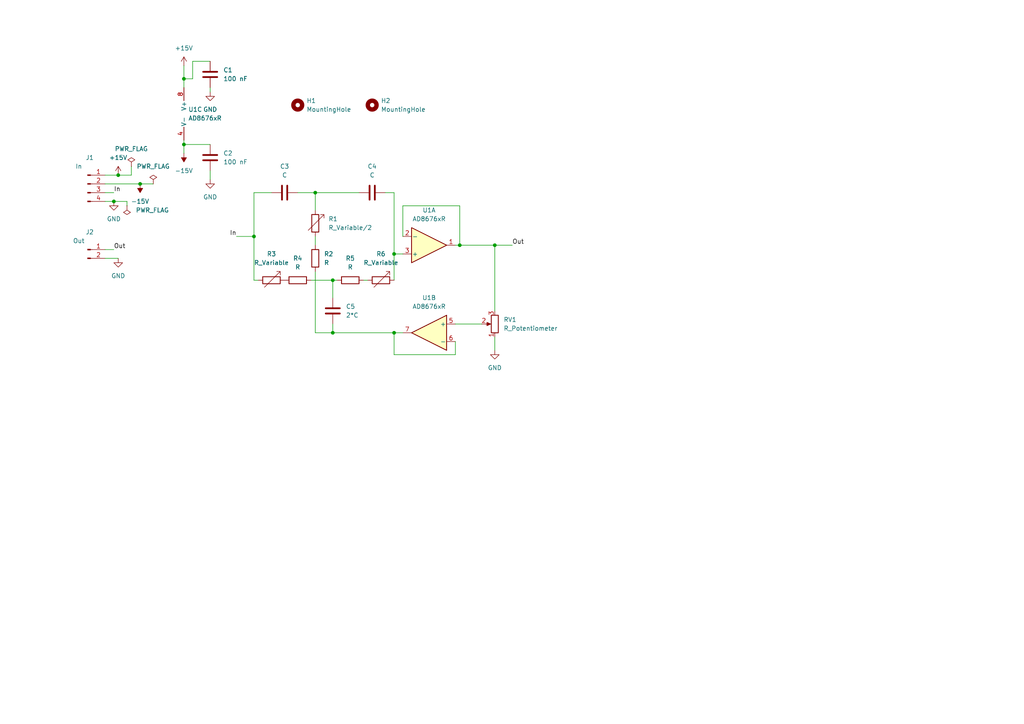
<source format=kicad_sch>
(kicad_sch (version 20211123) (generator eeschema)
  (paper "A4")
  (lib_symbols
    (symbol "Amplifier_Operational:AD8676xR" (pin_names (offset 0.127))
      (property "Reference" "U" (at 2.54 6.35 0))
      (property "Value" "AD8676xR" (at 2.54 3.81 0))
      (symbol "AD8676xR_1_1"
        (polyline (pts (xy 5.08 0) (xy -5.08 5.08) (xy -5.08 -5.08) (xy 5.08 0)) (stroke (width 0.254)) (fill (type background)))
        (pin output line (at 7.62 0 180) (length 2.54) (name "~") (number "1"))
        (pin input line (at -7.62 -2.54 0) (length 2.54) (name "-") (number "2"))
        (pin input line (at -7.62 2.54 0) (length 2.54) (name "+") (number "3"))
      )
      (symbol "AD8676xR_2_1"
        (polyline (pts (xy 5.08 0) (xy -5.08 5.08) (xy -5.08 -5.08) (xy 5.08 0)) (stroke (width 0.254)) (fill (type background)))
        (pin input line (at -7.62 2.54 0) (length 2.54) (name "+") (number "5"))
        (pin input line (at -7.62 -2.54 0) (length 2.54) (name "-") (number "6"))
        (pin output line (at 7.62 0 180) (length 2.54) (name "~") (number "7"))
      )
      (symbol "AD8676xR_3_1"
        (pin power_in line (at 0 -7.62 90) (length 3.81) (name "V-") (number "4"))
        (pin power_in line (at 0 7.62 270) (length 3.81) (name "V+") (number "8"))
      )
    )
    (symbol "Connector:Conn_01x02_Male" (pin_names (offset 1.016) hide)
      (property "Reference" "J" (at 0 2.54 0))
      (property "Value" "Conn_01x02_Male" (at 0 -5.08 0))
      (symbol "Conn_01x02_Male_1_1"
        (polyline (pts (xy 1.27 -2.54) (xy 0.8636 -2.54)) (stroke (width 0.1524)))
        (polyline (pts (xy 1.27 0) (xy 0.8636 0)) (stroke (width 0.1524)))
        (rectangle (start 0.8636 -2.413) (end 0 -2.667) (stroke (width 0.1524)) (fill (type outline)))
        (rectangle (start 0.8636 0.127) (end 0 -0.127) (stroke (width 0.1524)) (fill (type outline)))
        (pin passive line (at 5.08 0 180) (length 3.81) (name "Pin_1") (number "1"))
        (pin passive line (at 5.08 -2.54 180) (length 3.81) (name "Pin_2") (number "2"))
      )
    )
    (symbol "Connector:Conn_01x04_Male" (pin_names (offset 1.016) hide)
      (property "Reference" "J" (at 0 5.08 0))
      (property "Value" "Conn_01x04_Male" (at 0 -7.62 0))
      (symbol "Conn_01x04_Male_1_1"
        (polyline (pts (xy 1.27 -5.08) (xy 0.8636 -5.08)) (stroke (width 0.1524)))
        (polyline (pts (xy 1.27 -2.54) (xy 0.8636 -2.54)) (stroke (width 0.1524)))
        (polyline (pts (xy 1.27 0) (xy 0.8636 0)) (stroke (width 0.1524)))
        (polyline (pts (xy 1.27 2.54) (xy 0.8636 2.54)) (stroke (width 0.1524)))
        (rectangle (start 0.8636 -4.953) (end 0 -5.207) (stroke (width 0.1524)) (fill (type outline)))
        (rectangle (start 0.8636 -2.413) (end 0 -2.667) (stroke (width 0.1524)) (fill (type outline)))
        (rectangle (start 0.8636 0.127) (end 0 -0.127) (stroke (width 0.1524)) (fill (type outline)))
        (rectangle (start 0.8636 2.667) (end 0 2.413) (stroke (width 0.1524)) (fill (type outline)))
        (pin passive line (at 5.08 2.54 180) (length 3.81) (name "Pin_1") (number "1"))
        (pin passive line (at 5.08 0 180) (length 3.81) (name "Pin_2") (number "2"))
        (pin passive line (at 5.08 -2.54 180) (length 3.81) (name "Pin_3") (number "3"))
        (pin passive line (at 5.08 -5.08 180) (length 3.81) (name "Pin_4") (number "4"))
      )
    )
    (symbol "Device:C" (pin_numbers hide) (pin_names (offset 0.254))
      (property "Reference" "C" (at 0.635 2.54 0))
      (property "Value" "C" (at 0.635 -2.54 0))
      (symbol "C_0_1"
        (polyline (pts (xy -2.032 -0.762) (xy 2.032 -0.762)) (stroke (width 0.508)))
        (polyline (pts (xy -2.032 0.762) (xy 2.032 0.762)) (stroke (width 0.508)))
      )
      (symbol "C_1_1"
        (pin passive line (at 0 3.81 270) (length 2.794) (name "~") (number "1"))
        (pin passive line (at 0 -3.81 90) (length 2.794) (name "~") (number "2"))
      )
    )
    (symbol "Device:R" (pin_numbers hide) (pin_names (offset 0))
      (property "Reference" "R" (at 2.032 0 90))
      (property "Value" "R" (at 0 0 90))
      (symbol "R_0_1"
        (rectangle (start -1.016 -2.54) (end 1.016 2.54) (stroke (width 0.254)))
      )
      (symbol "R_1_1"
        (pin passive line (at 0 3.81 270) (length 1.27) (name "~") (number "1"))
        (pin passive line (at 0 -3.81 90) (length 1.27) (name "~") (number "2"))
      )
    )
    (symbol "Device:R_Potentiometer" (pin_names (offset 1.016) hide)
      (property "Reference" "RV" (at -4.445 0 90))
      (property "Value" "R_Potentiometer" (at -2.54 0 90))
      (symbol "R_Potentiometer_0_1"
        (polyline (pts (xy 2.54 0) (xy 1.524 0)))
        (polyline (pts (xy 1.143 0) (xy 2.286 0.508) (xy 2.286 -0.508) (xy 1.143 0)) (fill (type outline)))
        (rectangle (start 1.016 2.54) (end -1.016 -2.54) (stroke (width 0.254)))
      )
      (symbol "R_Potentiometer_1_1"
        (pin passive line (at 0 3.81 270) (length 1.27) (name "1") (number "1"))
        (pin passive line (at 3.81 0 180) (length 1.27) (name "2") (number "2"))
        (pin passive line (at 0 -3.81 90) (length 1.27) (name "3") (number "3"))
      )
    )
    (symbol "Device:R_Variable" (pin_numbers hide) (pin_names (offset 0))
      (property "Reference" "R" (at 2.54 -2.54 90))
      (property "Value" "R_Variable" (at -2.54 -1.27 90))
      (symbol "R_Variable_0_1"
        (rectangle (start -1.016 -2.54) (end 1.016 2.54) (stroke (width 0.254)))
        (polyline (pts (xy 2.54 1.524) (xy 2.54 2.54) (xy 1.524 2.54) (xy 2.54 2.54) (xy -2.032 -2.032)))
      )
      (symbol "R_Variable_1_1"
        (pin passive line (at 0 3.81 270) (length 1.27) (name "~") (number "1"))
        (pin passive line (at 0 -3.81 90) (length 1.27) (name "~") (number "2"))
      )
    )
    (symbol "Mechanical:MountingHole" (pin_names (offset 1.016))
      (property "Reference" "H" (at 0 5.08 0))
      (property "Value" "MountingHole" (at 0 3.175 0))
      (symbol "MountingHole_0_1"
        (circle (center 0 0) (radius 1.27) (stroke (width 1.27)))
      )
    )
    (symbol "power:+15V" (power) (pin_names (offset 0))
      (property "Value" "+15V" (at 0 3.556 0))
      (symbol "+15V_0_1"
        (polyline (pts (xy -0.762 1.27) (xy 0 2.54)))
        (polyline (pts (xy 0 0) (xy 0 2.54)))
        (polyline (pts (xy 0 2.54) (xy 0.762 1.27)))
      )
      (symbol "+15V_1_1"
        (pin power_in line (at 0 0 90) (length 0) hide (name "+15V") (number "1"))
      )
    )
    (symbol "power:-15V" (power) (pin_names (offset 0))
      (property "Value" "-15V" (at 0 3.81 0))
      (symbol "-15V_0_0"
        (pin power_in line (at 0 0 90) (length 0) hide (name "-15V") (number "1"))
      )
      (symbol "-15V_0_1"
        (polyline (pts (xy 0 0) (xy 0 1.27) (xy 0.762 1.27) (xy 0 2.54) (xy -0.762 1.27) (xy 0 1.27)) (fill (type outline)))
      )
    )
    (symbol "power:GND" (power) (pin_names (offset 0))
      (property "Value" "GND" (at 0 -3.81 0))
      (symbol "GND_0_1"
        (polyline (pts (xy 0 0) (xy 0 -1.27) (xy 1.27 -1.27) (xy 0 -2.54) (xy -1.27 -1.27) (xy 0 -1.27)))
      )
      (symbol "GND_1_1"
        (pin power_in line (at 0 0 270) (length 0) hide (name "GND") (number "1"))
      )
    )
    (symbol "power:PWR_FLAG" (power) (pin_numbers hide) (pin_names (offset 0) hide)
      (property "Value" "PWR_FLAG" (at 0 3.81 0))
      (symbol "PWR_FLAG_0_0"
        (pin power_out line (at 0 0 90) (length 0) (name "pwr") (number "1"))
      )
      (symbol "PWR_FLAG_0_1"
        (polyline (pts (xy 0 0) (xy 0 1.27) (xy -1.016 1.905) (xy 0 2.54) (xy 1.016 1.905) (xy 0 1.27)))
      )
    )
  )
  (junction (at 33.02 58.42))
  (junction (at 114.3 96.52))
  (junction (at 34.29 50.8))
  (junction (at 73.66 68.58))
  (junction (at 40.64 53.34))
  (junction (at 91.44 55.88))
  (junction (at 114.3 73.66))
  (junction (at 53.34 41.91))
  (junction (at 143.51 71.12))
  (junction (at 96.52 81.28))
  (junction (at 133.35 71.12))
  (junction (at 96.52 96.52))
  (junction (at 53.34 22.86))
  (wire (pts (xy 133.35 71.12) (xy 132.08 71.12)))
  (wire (pts (xy 30.48 58.42) (xy 33.02 58.42)))
  (wire (pts (xy 116.84 96.52) (xy 114.3 96.52)))
  (wire (pts (xy 91.44 78.74) (xy 91.44 96.52)))
  (wire (pts (xy 33.02 58.42) (xy 36.83 58.42)))
  (wire (pts (xy 73.66 81.28) (xy 74.93 81.28)))
  (wire (pts (xy 40.64 53.34) (xy 44.45 53.34)))
  (wire (pts (xy 143.51 71.12) (xy 143.51 90.17)))
  (wire (pts (xy 116.84 59.69) (xy 133.35 59.69)))
  (wire (pts (xy 38.1 50.8) (xy 34.29 50.8)))
  (wire (pts (xy 30.48 53.34) (xy 40.64 53.34)))
  (wire (pts (xy 114.3 102.87) (xy 132.08 102.87)))
  (wire (pts (xy 114.3 96.52) (xy 114.3 102.87)))
  (wire (pts (xy 53.34 19.05) (xy 53.34 22.86)))
  (wire (pts (xy 96.52 81.28) (xy 97.79 81.28)))
  (wire (pts (xy 78.74 55.88) (xy 73.66 55.88)))
  (wire (pts (xy 53.34 41.91) (xy 53.34 44.45)))
  (wire (pts (xy 60.96 25.4) (xy 60.96 26.67)))
  (wire (pts (xy 91.44 68.58) (xy 91.44 71.12)))
  (wire (pts (xy 90.17 81.28) (xy 96.52 81.28)))
  (wire (pts (xy 30.48 55.88) (xy 33.02 55.88)))
  (wire (pts (xy 96.52 96.52) (xy 114.3 96.52)))
  (wire (pts (xy 96.52 81.28) (xy 96.52 86.36)))
  (wire (pts (xy 114.3 55.88) (xy 114.3 73.66)))
  (wire (pts (xy 114.3 73.66) (xy 116.84 73.66)))
  (wire (pts (xy 73.66 55.88) (xy 73.66 68.58)))
  (wire (pts (xy 36.83 58.42) (xy 36.83 59.69)))
  (wire (pts (xy 73.66 68.58) (xy 73.66 81.28)))
  (wire (pts (xy 53.34 41.91) (xy 60.96 41.91)))
  (wire (pts (xy 60.96 17.78) (xy 55.88 17.78)))
  (wire (pts (xy 55.88 17.78) (xy 55.88 22.86)))
  (wire (pts (xy 132.08 93.98) (xy 139.7 93.98)))
  (wire (pts (xy 30.48 72.39) (xy 33.02 72.39)))
  (wire (pts (xy 30.48 50.8) (xy 34.29 50.8)))
  (wire (pts (xy 30.48 74.93) (xy 34.29 74.93)))
  (wire (pts (xy 132.08 99.06) (xy 132.08 102.87)))
  (wire (pts (xy 86.36 55.88) (xy 91.44 55.88)))
  (wire (pts (xy 60.96 49.53) (xy 60.96 52.07)))
  (wire (pts (xy 133.35 71.12) (xy 143.51 71.12)))
  (wire (pts (xy 53.34 22.86) (xy 53.34 25.4)))
  (wire (pts (xy 143.51 71.12) (xy 148.59 71.12)))
  (wire (pts (xy 91.44 96.52) (xy 96.52 96.52)))
  (wire (pts (xy 133.35 59.69) (xy 133.35 71.12)))
  (wire (pts (xy 91.44 55.88) (xy 104.14 55.88)))
  (wire (pts (xy 114.3 81.28) (xy 114.3 73.66)))
  (wire (pts (xy 111.76 55.88) (xy 114.3 55.88)))
  (wire (pts (xy 143.51 97.79) (xy 143.51 101.6)))
  (wire (pts (xy 53.34 40.64) (xy 53.34 41.91)))
  (wire (pts (xy 55.88 22.86) (xy 53.34 22.86)))
  (wire (pts (xy 38.1 48.26) (xy 38.1 50.8)))
  (wire (pts (xy 105.41 81.28) (xy 106.68 81.28)))
  (wire (pts (xy 68.58 68.58) (xy 73.66 68.58)))
  (wire (pts (xy 91.44 55.88) (xy 91.44 60.96)))
  (wire (pts (xy 116.84 68.58) (xy 116.84 59.69)))
  (wire (pts (xy 96.52 93.98) (xy 96.52 96.52)))
  (label "In" (at 33.02 55.88 0))
  (label "Out" (at 148.59 71.12 0))
  (label "Out" (at 33.02 72.39 0))
  (label "In" (at 68.58 68.58 180))
  (symbol (lib_id "Device:R_Variable") (at 78.74 81.28 270) (mirror x) (unit 1)
    (property "Reference" "R3" (at 78.74 73.66 90))
    (property "Value" "R_Variable" (at 78.74 76.2 90))
    (property "Footprint" "Connector_Molex:Molex_KK-254_AE-6410-02A_1x02_P2.54mm_Vertical" (effects hide))
  )
  (symbol (lib_id "Device:C") (at 96.52 90.17 180) (unit 1)
    (property "Reference" "C5" (at 100.33 88.8999 0) (effects (justify right)))
    (property "Value" "2*C" (at 100.33 91.4399 0) (effects (justify right)))
    (property "Footprint" "Capacitor_SMD:C_1206_3216Metric" (effects hide))
  )
  (symbol (lib_id "power:PWR_FLAG") (at 44.45 53.34 0) (unit 1)
    (property "Reference" "#FLG02" (effects hide))
    (property "Value" "PWR_FLAG" (at 44.45 48.26 0))
  )
  (symbol (lib_id "Device:C") (at 60.96 45.72 0) (unit 1)
    (property "Reference" "C2" (at 64.77 44.4499 0) (effects (justify left)))
    (property "Value" "100 nF" (at 64.77 46.9899 0) (effects (justify left)))
    (property "Footprint" "Capacitor_SMD:C_1206_3216Metric" (effects hide))
  )
  (symbol (lib_id "power:-15V") (at 53.34 44.45 180) (unit 1)
    (property "Reference" "#PWR03" (effects hide))
    (property "Value" "-15V" (at 53.34 49.53 0))
  )
  (symbol (lib_id "Amplifier_Operational:AD8676xR") (at 124.46 71.12 0) (mirror x) (unit 1)
    (property "Reference" "U1" (at 124.46 60.96 0))
    (property "Value" "AD8676xR" (at 124.46 63.5 0))
    (property "Footprint" "Package_SO:SOIC-8_3.9x4.9mm_P1.27mm" (effects hide))
    (property "Datasheet" "https://www.analog.com/media/en/technical-documentation/data-sheets/AD8676.pdf" (effects hide))
  )
  (symbol (lib_id "Device:R_Variable") (at 110.49 81.28 270) (mirror x) (unit 1)
    (property "Reference" "R6" (at 110.49 73.66 90))
    (property "Value" "R_Variable" (at 110.49 76.2 90))
    (property "Footprint" "Connector_Molex:Molex_KK-254_AE-6410-02A_1x02_P2.54mm_Vertical" (effects hide))
  )
  (symbol (lib_id "Amplifier_Operational:AD8676xR") (at 53.34 33.02 0) (unit 3)
    (property "Reference" "U1" (at 54.61 31.7499 0) (effects (justify left)))
    (property "Value" "AD8676xR" (at 54.61 34.2899 0) (effects (justify left)))
    (property "Footprint" "Package_SO:SOIC-8_3.9x4.9mm_P1.27mm" (effects hide))
    (property "Datasheet" "https://www.analog.com/media/en/technical-documentation/data-sheets/AD8676.pdf" (effects hide))
  )
  (symbol (lib_id "power:GND") (at 60.96 26.67 0) (unit 1)
    (property "Reference" "#PWR02" (effects hide))
    (property "Value" "GND" (at 60.96 31.75 0))
  )
  (symbol (lib_id "Device:R") (at 91.44 74.93 180) (unit 1)
    (property "Reference" "R2" (at 93.98 73.6599 0) (effects (justify right)))
    (property "Value" "R" (at 93.98 76.1999 0) (effects (justify right)))
    (property "Footprint" "Resistor_SMD:R_1206_3216Metric" (effects hide))
  )
  (symbol (lib_id "power:+15V") (at 53.34 19.05 0) (unit 1)
    (property "Reference" "#PWR01" (effects hide))
    (property "Value" "+15V" (at 53.34 13.97 0))
  )
  (symbol (lib_id "power:+15V") (at 34.29 50.8 0) (unit 1)
    (property "Reference" "#PWR04" (effects hide))
    (property "Value" "+15V" (at 34.29 45.72 0))
  )
  (symbol (lib_id "power:PWR_FLAG") (at 38.1 48.26 0) (unit 1)
    (property "Reference" "#FLG01" (effects hide))
    (property "Value" "PWR_FLAG" (at 38.1 43.18 0))
  )
  (symbol (lib_id "Device:R") (at 101.6 81.28 90) (unit 1)
    (property "Reference" "R5" (at 101.6 74.93 90))
    (property "Value" "R" (at 101.6 77.47 90))
    (property "Footprint" "Resistor_SMD:R_1206_3216Metric" (effects hide))
  )
  (symbol (lib_id "power:-15V") (at 40.64 53.34 180) (unit 1)
    (property "Reference" "#PWR06" (effects hide))
    (property "Value" "-15V" (at 40.64 58.42 0))
  )
  (symbol (lib_id "Device:C") (at 107.95 55.88 90) (unit 1)
    (property "Reference" "C4" (at 107.95 48.26 90))
    (property "Value" "C" (at 107.95 50.8 90))
    (property "Footprint" "Capacitor_SMD:C_1206_3216Metric" (effects hide))
  )
  (symbol (lib_id "Device:R_Variable") (at 91.44 64.77 0) (unit 1)
    (property "Reference" "R1" (at 95.25 63.4999 0) (effects (justify left)))
    (property "Value" "R_Variable/2" (at 95.25 66.0399 0) (effects (justify left)))
    (property "Footprint" "Connector_Molex:Molex_KK-254_AE-6410-02A_1x02_P2.54mm_Vertical" (effects hide))
  )
  (symbol (lib_id "power:GND") (at 143.51 101.6 0) (unit 1)
    (property "Reference" "#PWR09" (effects hide))
    (property "Value" "GND" (at 143.51 106.68 0))
  )
  (symbol (lib_id "Device:C") (at 82.55 55.88 90) (unit 1)
    (property "Reference" "C3" (at 82.55 48.26 90))
    (property "Value" "C" (at 82.55 50.8 90))
    (property "Footprint" "Capacitor_SMD:C_1206_3216Metric" (effects hide))
  )
  (symbol (lib_id "power:GND") (at 33.02 58.42 0) (unit 1)
    (property "Reference" "#PWR07" (effects hide))
    (property "Value" "GND" (at 33.02 63.5 0))
  )
  (symbol (lib_id "Device:R_Potentiometer") (at 143.51 93.98 180) (unit 1)
    (property "Reference" "RV1" (at 146.05 92.7099 0) (effects (justify right)))
    (property "Value" "R_Potentiometer" (at 146.05 95.2499 0) (effects (justify right)))
    (property "Footprint" "Connector_Molex:Molex_KK-254_AE-6410-03A_1x03_P2.54mm_Vertical" (effects hide))
  )
  (symbol (lib_id "power:PWR_FLAG") (at 36.83 59.69 180) (unit 1)
    (property "Reference" "#FLG03" (effects hide))
    (property "Value" "PWR_FLAG" (at 39.37 60.9599 0) (effects (justify right)))
  )
  (symbol (lib_id "Connector:Conn_01x02_Male") (at 25.4 72.39 0) (unit 1)
    (property "Reference" "J2" (at 26.035 67.31 0))
    (property "Value" "Out" (at 22.86 69.85 0))
    (property "Footprint" "Connector_Molex:Molex_KK-254_AE-6410-02A_1x02_P2.54mm_Vertical" (effects hide))
  )
  (symbol (lib_id "Mechanical:MountingHole") (at 86.36 30.48 0) (unit 1)
    (property "Reference" "H1" (at 88.9 29.2099 0) (effects (justify left)))
    (property "Value" "MountingHole" (at 88.9 31.7499 0) (effects (justify left)))
    (property "Footprint" "MountingHole:MountingHole_3.2mm_M3" (effects hide))
  )
  (symbol (lib_id "Mechanical:MountingHole") (at 107.95 30.48 0) (unit 1)
    (property "Reference" "H2" (at 110.49 29.2099 0) (effects (justify left)))
    (property "Value" "MountingHole" (at 110.49 31.7499 0) (effects (justify left)))
    (property "Footprint" "MountingHole:MountingHole_3.2mm_M3" (effects hide))
  )
  (symbol (lib_id "power:GND") (at 60.96 52.07 0) (unit 1)
    (property "Reference" "#PWR05" (effects hide))
    (property "Value" "GND" (at 60.96 57.15 0))
  )
  (symbol (lib_id "power:GND") (at 34.29 74.93 0) (unit 1)
    (property "Reference" "#PWR08" (effects hide))
    (property "Value" "GND" (at 34.29 80.01 0))
  )
  (symbol (lib_id "Connector:Conn_01x04_Male") (at 25.4 53.34 0) (unit 1)
    (property "Reference" "J1" (at 26.035 45.72 0))
    (property "Value" "In" (at 22.86 48.26 0))
    (property "Footprint" "Connector_Molex:Molex_KK-254_AE-6410-04A_1x04_P2.54mm_Vertical" (effects hide))
  )
  (symbol (lib_id "Device:R") (at 86.36 81.28 90) (unit 1)
    (property "Reference" "R4" (at 86.36 74.93 90))
    (property "Value" "R" (at 86.36 77.47 90))
    (property "Footprint" "Resistor_SMD:R_1206_3216Metric" (effects hide))
  )
  (symbol (lib_id "Amplifier_Operational:AD8676xR") (at 124.46 96.52 0) (mirror y) (unit 2)
    (property "Reference" "U1" (at 124.46 86.36 0))
    (property "Value" "AD8676xR" (at 124.46 88.9 0))
    (property "Footprint" "Package_SO:SOIC-8_3.9x4.9mm_P1.27mm" (effects hide))
    (property "Datasheet" "https://www.analog.com/media/en/technical-documentation/data-sheets/AD8676.pdf" (effects hide))
  )
  (symbol (lib_id "Device:C") (at 60.96 21.59 0) (unit 1)
    (property "Reference" "C1" (at 64.77 20.3199 0) (effects (justify left)))
    (property "Value" "100 nF" (at 64.77 22.8599 0) (effects (justify left)))
    (property "Footprint" "Capacitor_SMD:C_1206_3216Metric" (effects hide))
  )
)
</source>
